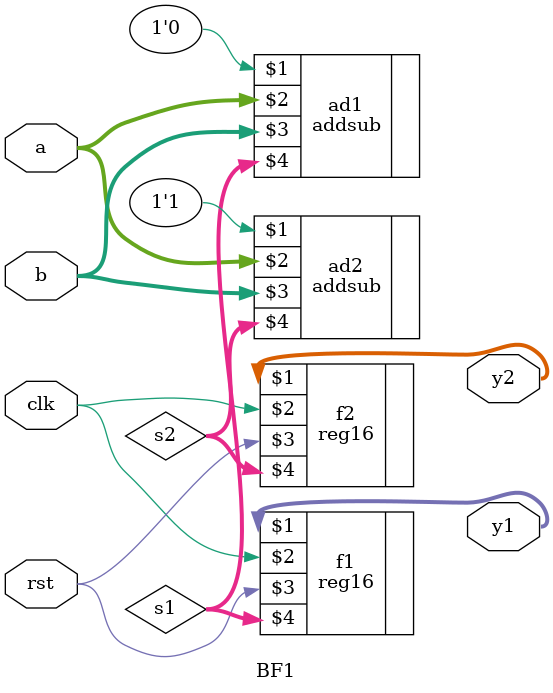
<source format=v>
`timescale 1ns / 1ps

module BF1(clk,rst,a,b,y1,y2);

input clk,rst;
input [15:0] a,b;
output [15:0] y1,y2;
wire [15:0] s1,s2;

addsub ad1(1'b0,a, b, s1);
addsub ad2(1'b1,a, b, s2);

reg16 f1(y1,clk,rst,s1);
reg16 f2(y2,clk,rst,s2);
endmodule

</source>
